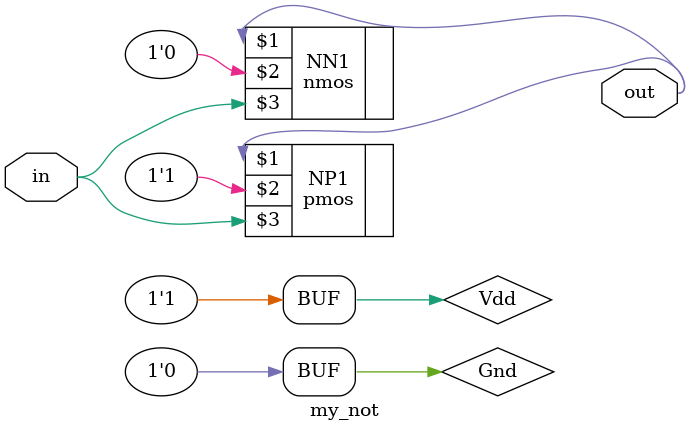
<source format=v>
`timescale 1ns/1ns
module my_not(input in, output out);
	supply1 Vdd;
	supply0 Gnd;

	pmos #(5,6,7) NP1(out, Vdd, in);
	nmos #(3,4,5) NN1(out, Gnd, in);

endmodule

</source>
